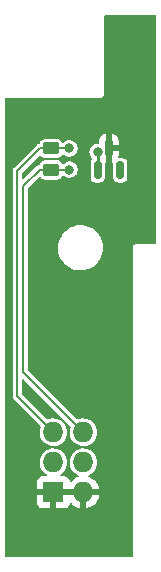
<source format=gbr>
G04 #@! TF.GenerationSoftware,KiCad,Pcbnew,(6.0.1-0)*
G04 #@! TF.CreationDate,2022-08-23T11:55:35-04:00*
G04 #@! TF.ProjectId,feederFloor,66656564-6572-4466-9c6f-6f722e6b6963,rev?*
G04 #@! TF.SameCoordinates,Original*
G04 #@! TF.FileFunction,Copper,L1,Top*
G04 #@! TF.FilePolarity,Positive*
%FSLAX46Y46*%
G04 Gerber Fmt 4.6, Leading zero omitted, Abs format (unit mm)*
G04 Created by KiCad (PCBNEW (6.0.1-0)) date 2022-08-23 11:55:35*
%MOMM*%
%LPD*%
G01*
G04 APERTURE LIST*
G04 Aperture macros list*
%AMRoundRect*
0 Rectangle with rounded corners*
0 $1 Rounding radius*
0 $2 $3 $4 $5 $6 $7 $8 $9 X,Y pos of 4 corners*
0 Add a 4 corners polygon primitive as box body*
4,1,4,$2,$3,$4,$5,$6,$7,$8,$9,$2,$3,0*
0 Add four circle primitives for the rounded corners*
1,1,$1+$1,$2,$3*
1,1,$1+$1,$4,$5*
1,1,$1+$1,$6,$7*
1,1,$1+$1,$8,$9*
0 Add four rect primitives between the rounded corners*
20,1,$1+$1,$2,$3,$4,$5,0*
20,1,$1+$1,$4,$5,$6,$7,0*
20,1,$1+$1,$6,$7,$8,$9,0*
20,1,$1+$1,$8,$9,$2,$3,0*%
G04 Aperture macros list end*
G04 #@! TA.AperFunction,SMDPad,CuDef*
%ADD10RoundRect,0.250000X0.450000X-0.262500X0.450000X0.262500X-0.450000X0.262500X-0.450000X-0.262500X0*%
G04 #@! TD*
G04 #@! TA.AperFunction,SMDPad,CuDef*
%ADD11RoundRect,0.150000X0.150000X-0.587500X0.150000X0.587500X-0.150000X0.587500X-0.150000X-0.587500X0*%
G04 #@! TD*
G04 #@! TA.AperFunction,ComponentPad*
%ADD12R,1.727200X1.727200*%
G04 #@! TD*
G04 #@! TA.AperFunction,ComponentPad*
%ADD13O,1.727200X1.727200*%
G04 #@! TD*
G04 #@! TA.AperFunction,ViaPad*
%ADD14C,0.800000*%
G04 #@! TD*
G04 #@! TA.AperFunction,Conductor*
%ADD15C,0.250000*%
G04 #@! TD*
G04 #@! TA.AperFunction,Conductor*
%ADD16C,0.200000*%
G04 #@! TD*
G04 APERTURE END LIST*
D10*
X25450114Y-38526187D03*
X25450114Y-36701187D03*
D11*
X29400114Y-38551187D03*
X31300114Y-38551187D03*
X30350114Y-36676187D03*
D12*
X25650114Y-65813687D03*
D13*
X28190114Y-65813687D03*
X25650114Y-63273687D03*
X28190114Y-63273687D03*
X25650114Y-60733687D03*
X28190114Y-60733687D03*
D14*
X28100000Y-33000000D03*
X30400000Y-28400000D03*
X30400000Y-27100000D03*
X30400000Y-25900000D03*
X33400000Y-43800000D03*
X29200000Y-33000000D03*
X27000000Y-33000000D03*
X29400000Y-37000000D03*
X27000000Y-36700000D03*
X27000000Y-38500000D03*
D15*
X29400000Y-38551073D02*
X29400114Y-38551187D01*
X29400000Y-37000000D02*
X29400000Y-38551073D01*
D16*
X25450114Y-36701187D02*
X24498813Y-36701187D01*
X26998813Y-36701187D02*
X25450114Y-36701187D01*
X27000000Y-36700000D02*
X26998813Y-36701187D01*
X22600000Y-38600000D02*
X22600000Y-57683573D01*
X24498813Y-36701187D02*
X22600000Y-38600000D01*
X22600000Y-57683573D02*
X25650114Y-60733687D01*
X23100000Y-55643573D02*
X23100000Y-39900000D01*
X24473813Y-38526187D02*
X25450114Y-38526187D01*
X26973813Y-38526187D02*
X25450114Y-38526187D01*
X23100000Y-39900000D02*
X24473813Y-38526187D01*
X28190114Y-60733687D02*
X23100000Y-55643573D01*
X27000000Y-38500000D02*
X26973813Y-38526187D01*
G04 #@! TA.AperFunction,Conductor*
G36*
X34309305Y-25432594D02*
G01*
X34345269Y-25482094D01*
X34350114Y-25512687D01*
X34350114Y-44714687D01*
X34331207Y-44772878D01*
X34281707Y-44808842D01*
X34251114Y-44813687D01*
X32705731Y-44813687D01*
X32696069Y-44813214D01*
X32688673Y-44812489D01*
X32679896Y-44809947D01*
X32670795Y-44810735D01*
X32670793Y-44810735D01*
X32640973Y-44813318D01*
X32632431Y-44813687D01*
X32622209Y-44813687D01*
X32617731Y-44814521D01*
X32617720Y-44814522D01*
X32614360Y-44815148D01*
X32604778Y-44816453D01*
X32597976Y-44817042D01*
X32577660Y-44818801D01*
X32577658Y-44818802D01*
X32568554Y-44819590D01*
X32560343Y-44823604D01*
X32554689Y-44825172D01*
X32549230Y-44827279D01*
X32540244Y-44828952D01*
X32532461Y-44833749D01*
X32532462Y-44833749D01*
X32509279Y-44848039D01*
X32500808Y-44852705D01*
X32476361Y-44864655D01*
X32476360Y-44864656D01*
X32468148Y-44868670D01*
X32461934Y-44875369D01*
X32457231Y-44878862D01*
X32452887Y-44882801D01*
X32445107Y-44887596D01*
X32439575Y-44894871D01*
X32423096Y-44916542D01*
X32416872Y-44923946D01*
X32392143Y-44950604D01*
X32388756Y-44959093D01*
X32385626Y-44964044D01*
X32382993Y-44969279D01*
X32377460Y-44976556D01*
X32374918Y-44985335D01*
X32367348Y-45011476D01*
X32364207Y-45020625D01*
X32350729Y-45054407D01*
X32350114Y-45060680D01*
X32350114Y-45061618D01*
X32349382Y-45065987D01*
X32349808Y-45066029D01*
X32348916Y-45075128D01*
X32346374Y-45083905D01*
X32347162Y-45093006D01*
X32347162Y-45093008D01*
X32349745Y-45122828D01*
X32350114Y-45131370D01*
X32350114Y-71214687D01*
X32331207Y-71272878D01*
X32281707Y-71308842D01*
X32251114Y-71313687D01*
X21649114Y-71313687D01*
X21590923Y-71294780D01*
X21554959Y-71245280D01*
X21550114Y-71214687D01*
X21550114Y-66722698D01*
X24278515Y-66722698D01*
X24278804Y-66728038D01*
X24284592Y-66781322D01*
X24287441Y-66793307D01*
X24333865Y-66917142D01*
X24340573Y-66929395D01*
X24419377Y-67034543D01*
X24429258Y-67044424D01*
X24534406Y-67123228D01*
X24546659Y-67129936D01*
X24670492Y-67176359D01*
X24682481Y-67179210D01*
X24735766Y-67184998D01*
X24741100Y-67185287D01*
X25380434Y-67185287D01*
X25393119Y-67181165D01*
X25396114Y-67177044D01*
X25396114Y-67169606D01*
X25904114Y-67169606D01*
X25908236Y-67182291D01*
X25912357Y-67185286D01*
X26559125Y-67185286D01*
X26564465Y-67184997D01*
X26617749Y-67179209D01*
X26629734Y-67176360D01*
X26753569Y-67129936D01*
X26765822Y-67123228D01*
X26870970Y-67044424D01*
X26880851Y-67034543D01*
X26959655Y-66929395D01*
X26966363Y-66917142D01*
X27012785Y-66793311D01*
X27013585Y-66789947D01*
X27014783Y-66787983D01*
X27014966Y-66787494D01*
X27015059Y-66787529D01*
X27045439Y-66737707D01*
X27101915Y-66714168D01*
X27161442Y-66728319D01*
X27184730Y-66748025D01*
X27224511Y-66793949D01*
X27230294Y-66799612D01*
X27397573Y-66938491D01*
X27404208Y-66943137D01*
X27591930Y-67052832D01*
X27599226Y-67056328D01*
X27802344Y-67133891D01*
X27810114Y-67136149D01*
X27920751Y-67158658D01*
X27933960Y-67157153D01*
X27936114Y-67148972D01*
X27936114Y-67148351D01*
X28444114Y-67148351D01*
X28448236Y-67161036D01*
X28449764Y-67162147D01*
X28454998Y-67162637D01*
X28472234Y-67160429D01*
X28480157Y-67158745D01*
X28688397Y-67096269D01*
X28695945Y-67093311D01*
X28891192Y-66997661D01*
X28898147Y-66993514D01*
X29075151Y-66867259D01*
X29081335Y-66862033D01*
X29235339Y-66708566D01*
X29240595Y-66702389D01*
X29367461Y-66525836D01*
X29371634Y-66518891D01*
X29467966Y-66323979D01*
X29470946Y-66316455D01*
X29534152Y-66108418D01*
X29535862Y-66100505D01*
X29538136Y-66083232D01*
X29535706Y-66070118D01*
X29534404Y-66068882D01*
X29529122Y-66067687D01*
X28459794Y-66067687D01*
X28447109Y-66071809D01*
X28444114Y-66075930D01*
X28444114Y-67148351D01*
X27936114Y-67148351D01*
X27936114Y-66083367D01*
X27931992Y-66070682D01*
X27927871Y-66067687D01*
X25919794Y-66067687D01*
X25907109Y-66071809D01*
X25904114Y-66075930D01*
X25904114Y-67169606D01*
X25396114Y-67169606D01*
X25396114Y-66083367D01*
X25391992Y-66070682D01*
X25387871Y-66067687D01*
X24294195Y-66067687D01*
X24281510Y-66071809D01*
X24278515Y-66075930D01*
X24278515Y-66722698D01*
X21550114Y-66722698D01*
X21550114Y-65544007D01*
X24278514Y-65544007D01*
X24282636Y-65556692D01*
X24286757Y-65559687D01*
X29524916Y-65559687D01*
X29536867Y-65555804D01*
X29537195Y-65546148D01*
X29493979Y-65374098D01*
X29491366Y-65366422D01*
X29404675Y-65167045D01*
X29400842Y-65159898D01*
X29282750Y-64977356D01*
X29277811Y-64970942D01*
X29131483Y-64810129D01*
X29125560Y-64804605D01*
X28954935Y-64669854D01*
X28948191Y-64665374D01*
X28757849Y-64560299D01*
X28750463Y-64556979D01*
X28667235Y-64527507D01*
X28618694Y-64490259D01*
X28601316Y-64431594D01*
X28621740Y-64373918D01*
X28660016Y-64343744D01*
X28661331Y-64343159D01*
X28665625Y-64341701D01*
X28669577Y-64339488D01*
X28669581Y-64339486D01*
X28848333Y-64239379D01*
X28852292Y-64237162D01*
X29016783Y-64100356D01*
X29153589Y-63935865D01*
X29258128Y-63749198D01*
X29326899Y-63546605D01*
X29339953Y-63456572D01*
X29357179Y-63337771D01*
X29357179Y-63337765D01*
X29357599Y-63334872D01*
X29359201Y-63273687D01*
X29339625Y-63060638D01*
X29281551Y-62854724D01*
X29269667Y-62830626D01*
X29188936Y-62666918D01*
X29188934Y-62666914D01*
X29186925Y-62662841D01*
X29058915Y-62491415D01*
X28901809Y-62346188D01*
X28877537Y-62330873D01*
X28724705Y-62234444D01*
X28720868Y-62232023D01*
X28522153Y-62152743D01*
X28312317Y-62111004D01*
X28205352Y-62109604D01*
X28102927Y-62108263D01*
X28102923Y-62108263D01*
X28098388Y-62108204D01*
X28093913Y-62108973D01*
X28093912Y-62108973D01*
X27892001Y-62143668D01*
X27887532Y-62144436D01*
X27795375Y-62178434D01*
X27691072Y-62216913D01*
X27691069Y-62216914D01*
X27686809Y-62218486D01*
X27682906Y-62220808D01*
X27682904Y-62220809D01*
X27664055Y-62232023D01*
X27502942Y-62327876D01*
X27499527Y-62330871D01*
X27499524Y-62330873D01*
X27482061Y-62346188D01*
X27342088Y-62468941D01*
X27209635Y-62636957D01*
X27110018Y-62826297D01*
X27046574Y-63030620D01*
X27021428Y-63243084D01*
X27035420Y-63456572D01*
X27036536Y-63460965D01*
X27036536Y-63460967D01*
X27059378Y-63550907D01*
X27088084Y-63663936D01*
X27177655Y-63858230D01*
X27301133Y-64032948D01*
X27454384Y-64182238D01*
X27632274Y-64301101D01*
X27636447Y-64302894D01*
X27636451Y-64302896D01*
X27724136Y-64340568D01*
X27770138Y-64380910D01*
X27783642Y-64440586D01*
X27759489Y-64496803D01*
X27715815Y-64525629D01*
X27660630Y-64543667D01*
X27653176Y-64546800D01*
X27460321Y-64647193D01*
X27453469Y-64651508D01*
X27279598Y-64782054D01*
X27273545Y-64787429D01*
X27181637Y-64883606D01*
X27127765Y-64912614D01*
X27067131Y-64904416D01*
X27022896Y-64862144D01*
X27013748Y-64838110D01*
X27012786Y-64834066D01*
X26966363Y-64710232D01*
X26959655Y-64697979D01*
X26880851Y-64592831D01*
X26870970Y-64582950D01*
X26765822Y-64504146D01*
X26753569Y-64497438D01*
X26629736Y-64451015D01*
X26617747Y-64448164D01*
X26564462Y-64442376D01*
X26559128Y-64442087D01*
X26325760Y-64442087D01*
X26267569Y-64423180D01*
X26231605Y-64373680D01*
X26231605Y-64312494D01*
X26267569Y-64262994D01*
X26277387Y-64256710D01*
X26308329Y-64239382D01*
X26308334Y-64239379D01*
X26312292Y-64237162D01*
X26476783Y-64100356D01*
X26613589Y-63935865D01*
X26718128Y-63749198D01*
X26786899Y-63546605D01*
X26799953Y-63456572D01*
X26817179Y-63337771D01*
X26817179Y-63337765D01*
X26817599Y-63334872D01*
X26819201Y-63273687D01*
X26799625Y-63060638D01*
X26741551Y-62854724D01*
X26729667Y-62830626D01*
X26648936Y-62666918D01*
X26648934Y-62666914D01*
X26646925Y-62662841D01*
X26518915Y-62491415D01*
X26361809Y-62346188D01*
X26337537Y-62330873D01*
X26184705Y-62234444D01*
X26180868Y-62232023D01*
X25982153Y-62152743D01*
X25772317Y-62111004D01*
X25665352Y-62109604D01*
X25562927Y-62108263D01*
X25562923Y-62108263D01*
X25558388Y-62108204D01*
X25553913Y-62108973D01*
X25553912Y-62108973D01*
X25352001Y-62143668D01*
X25347532Y-62144436D01*
X25255375Y-62178434D01*
X25151072Y-62216913D01*
X25151069Y-62216914D01*
X25146809Y-62218486D01*
X25142906Y-62220808D01*
X25142904Y-62220809D01*
X25124055Y-62232023D01*
X24962942Y-62327876D01*
X24959527Y-62330871D01*
X24959524Y-62330873D01*
X24942061Y-62346188D01*
X24802088Y-62468941D01*
X24669635Y-62636957D01*
X24570018Y-62826297D01*
X24506574Y-63030620D01*
X24481428Y-63243084D01*
X24495420Y-63456572D01*
X24496536Y-63460965D01*
X24496536Y-63460967D01*
X24519378Y-63550907D01*
X24548084Y-63663936D01*
X24637655Y-63858230D01*
X24761133Y-64032948D01*
X24914384Y-64182238D01*
X24918157Y-64184759D01*
X25031919Y-64260773D01*
X25069798Y-64308823D01*
X25072200Y-64369961D01*
X25038207Y-64420835D01*
X24976917Y-64442088D01*
X24741103Y-64442088D01*
X24735763Y-64442377D01*
X24682479Y-64448165D01*
X24670494Y-64451014D01*
X24546659Y-64497438D01*
X24534406Y-64504146D01*
X24429258Y-64582950D01*
X24419377Y-64592831D01*
X24340573Y-64697979D01*
X24333865Y-64710232D01*
X24287442Y-64834065D01*
X24284591Y-64846054D01*
X24278803Y-64899339D01*
X24278514Y-64904673D01*
X24278514Y-65544007D01*
X21550114Y-65544007D01*
X21550114Y-57747006D01*
X22199500Y-57747006D01*
X22206955Y-57769948D01*
X22210581Y-57785054D01*
X22214354Y-57808877D01*
X22225305Y-57830370D01*
X22231248Y-57844716D01*
X22238704Y-57867663D01*
X22243285Y-57873968D01*
X22252883Y-57887178D01*
X22260998Y-57900419D01*
X22271950Y-57921915D01*
X22294513Y-57944478D01*
X22294516Y-57944482D01*
X24543460Y-60193426D01*
X24571237Y-60247943D01*
X24568003Y-60292786D01*
X24506574Y-60490620D01*
X24481428Y-60703084D01*
X24495420Y-60916572D01*
X24496536Y-60920965D01*
X24496536Y-60920967D01*
X24519378Y-61010907D01*
X24548084Y-61123936D01*
X24637655Y-61318230D01*
X24761133Y-61492948D01*
X24914384Y-61642238D01*
X25092274Y-61761101D01*
X25288846Y-61845555D01*
X25497518Y-61892772D01*
X25604409Y-61896972D01*
X25706766Y-61900994D01*
X25706767Y-61900994D01*
X25711299Y-61901172D01*
X25923032Y-61870472D01*
X25927331Y-61869013D01*
X25927334Y-61869012D01*
X26121324Y-61803161D01*
X26125625Y-61801701D01*
X26312292Y-61697162D01*
X26476783Y-61560356D01*
X26613589Y-61395865D01*
X26718128Y-61209198D01*
X26786899Y-61006605D01*
X26799953Y-60916572D01*
X26817179Y-60797771D01*
X26817179Y-60797765D01*
X26817599Y-60794872D01*
X26819201Y-60733687D01*
X26799625Y-60520638D01*
X26741551Y-60314724D01*
X26730733Y-60292788D01*
X26648936Y-60126918D01*
X26648934Y-60126914D01*
X26646925Y-60122841D01*
X26518915Y-59951415D01*
X26361809Y-59806188D01*
X26180868Y-59692023D01*
X25982153Y-59612743D01*
X25772317Y-59571004D01*
X25665352Y-59569604D01*
X25562927Y-59568263D01*
X25562923Y-59568263D01*
X25558388Y-59568204D01*
X25553913Y-59568973D01*
X25553912Y-59568973D01*
X25352001Y-59603668D01*
X25347532Y-59604436D01*
X25327411Y-59611859D01*
X25216856Y-59652644D01*
X25155718Y-59655046D01*
X25112587Y-59629767D01*
X23029496Y-57546676D01*
X23001719Y-57492159D01*
X23000500Y-57476672D01*
X23000500Y-56349474D01*
X23019407Y-56291283D01*
X23068907Y-56255319D01*
X23130093Y-56255319D01*
X23169504Y-56279470D01*
X27083460Y-60193426D01*
X27111237Y-60247943D01*
X27108003Y-60292786D01*
X27046574Y-60490620D01*
X27021428Y-60703084D01*
X27035420Y-60916572D01*
X27036536Y-60920965D01*
X27036536Y-60920967D01*
X27059378Y-61010907D01*
X27088084Y-61123936D01*
X27177655Y-61318230D01*
X27301133Y-61492948D01*
X27454384Y-61642238D01*
X27632274Y-61761101D01*
X27828846Y-61845555D01*
X28037518Y-61892772D01*
X28144409Y-61896972D01*
X28246766Y-61900994D01*
X28246767Y-61900994D01*
X28251299Y-61901172D01*
X28463032Y-61870472D01*
X28467331Y-61869013D01*
X28467334Y-61869012D01*
X28661324Y-61803161D01*
X28665625Y-61801701D01*
X28852292Y-61697162D01*
X29016783Y-61560356D01*
X29153589Y-61395865D01*
X29258128Y-61209198D01*
X29326899Y-61006605D01*
X29339953Y-60916572D01*
X29357179Y-60797771D01*
X29357179Y-60797765D01*
X29357599Y-60794872D01*
X29359201Y-60733687D01*
X29339625Y-60520638D01*
X29281551Y-60314724D01*
X29270733Y-60292788D01*
X29188936Y-60126918D01*
X29188934Y-60126914D01*
X29186925Y-60122841D01*
X29058915Y-59951415D01*
X28901809Y-59806188D01*
X28720868Y-59692023D01*
X28522153Y-59612743D01*
X28312317Y-59571004D01*
X28205352Y-59569604D01*
X28102927Y-59568263D01*
X28102923Y-59568263D01*
X28098388Y-59568204D01*
X28093913Y-59568973D01*
X28093912Y-59568973D01*
X27892001Y-59603668D01*
X27887532Y-59604436D01*
X27867411Y-59611859D01*
X27756856Y-59652644D01*
X27695718Y-59655046D01*
X27652587Y-59629767D01*
X23529496Y-55506676D01*
X23501719Y-55452159D01*
X23500500Y-55436672D01*
X23500500Y-45156920D01*
X26045020Y-45156920D01*
X26045360Y-45160482D01*
X26045360Y-45160489D01*
X26068062Y-45398422D01*
X26071216Y-45431479D01*
X26136771Y-45699381D01*
X26240313Y-45955013D01*
X26379672Y-46193022D01*
X26551930Y-46408419D01*
X26753478Y-46596695D01*
X26980093Y-46753903D01*
X26983298Y-46755498D01*
X26983304Y-46755501D01*
X27223813Y-46875153D01*
X27223818Y-46875155D01*
X27227028Y-46876752D01*
X27230439Y-46877870D01*
X27230441Y-46877871D01*
X27485707Y-46961551D01*
X27485710Y-46961552D01*
X27489112Y-46962667D01*
X27760852Y-47009849D01*
X27811274Y-47012359D01*
X27846758Y-47014126D01*
X27846771Y-47014126D01*
X27847990Y-47014187D01*
X28020184Y-47014187D01*
X28225197Y-46999312D01*
X28255604Y-46992599D01*
X28491018Y-46940624D01*
X28491024Y-46940622D01*
X28494517Y-46939851D01*
X28497866Y-46938582D01*
X28497870Y-46938581D01*
X28661065Y-46876752D01*
X28752433Y-46842136D01*
X28993542Y-46708212D01*
X29212792Y-46540885D01*
X29405591Y-46343661D01*
X29517490Y-46189929D01*
X29565796Y-46123563D01*
X29567901Y-46120671D01*
X29696320Y-45876586D01*
X29788159Y-45616519D01*
X29841494Y-45345919D01*
X29855208Y-45070454D01*
X29854868Y-45066892D01*
X29854868Y-45066885D01*
X29829353Y-44799466D01*
X29829352Y-44799462D01*
X29829012Y-44795895D01*
X29763457Y-44527993D01*
X29659915Y-44272361D01*
X29520556Y-44034352D01*
X29348298Y-43818955D01*
X29146750Y-43630679D01*
X28920135Y-43473471D01*
X28916930Y-43471876D01*
X28916924Y-43471873D01*
X28676415Y-43352221D01*
X28676410Y-43352219D01*
X28673200Y-43350622D01*
X28669789Y-43349504D01*
X28669787Y-43349503D01*
X28414521Y-43265823D01*
X28414518Y-43265822D01*
X28411116Y-43264707D01*
X28139376Y-43217525D01*
X28088954Y-43215015D01*
X28053470Y-43213248D01*
X28053457Y-43213248D01*
X28052238Y-43213187D01*
X27880044Y-43213187D01*
X27675031Y-43228062D01*
X27671520Y-43228837D01*
X27671521Y-43228837D01*
X27409210Y-43286750D01*
X27409204Y-43286752D01*
X27405711Y-43287523D01*
X27402362Y-43288792D01*
X27402358Y-43288793D01*
X27298299Y-43328217D01*
X27147795Y-43385238D01*
X26906686Y-43519162D01*
X26687436Y-43686489D01*
X26494637Y-43883713D01*
X26492528Y-43886610D01*
X26492525Y-43886614D01*
X26334432Y-44103811D01*
X26332327Y-44106703D01*
X26203908Y-44350788D01*
X26112069Y-44610855D01*
X26058734Y-44881455D01*
X26045020Y-45156920D01*
X23500500Y-45156920D01*
X23500500Y-40106901D01*
X23519407Y-40048710D01*
X23529496Y-40036897D01*
X24430974Y-39135419D01*
X24485491Y-39107642D01*
X24545923Y-39117213D01*
X24579834Y-39145567D01*
X24593771Y-39163928D01*
X24607192Y-39181609D01*
X24612571Y-39185692D01*
X24721954Y-39268719D01*
X24721956Y-39268720D01*
X24727331Y-39272800D01*
X24867567Y-39328323D01*
X24957342Y-39339187D01*
X25942886Y-39339187D01*
X26032661Y-39328323D01*
X26172897Y-39272800D01*
X26178272Y-39268720D01*
X26178274Y-39268719D01*
X26287657Y-39185692D01*
X26293036Y-39181609D01*
X26306457Y-39163928D01*
X26380146Y-39066847D01*
X26380147Y-39066845D01*
X26384227Y-39061470D01*
X26386712Y-39055193D01*
X26387594Y-39053628D01*
X26432632Y-39012212D01*
X26493412Y-39005179D01*
X26540471Y-39029001D01*
X26591233Y-39075191D01*
X26740235Y-39156092D01*
X26775189Y-39165262D01*
X26898464Y-39197603D01*
X26898468Y-39197604D01*
X26904233Y-39199116D01*
X26910194Y-39199210D01*
X26910197Y-39199210D01*
X26988965Y-39200447D01*
X27073760Y-39201779D01*
X27079575Y-39200447D01*
X27079577Y-39200447D01*
X27233206Y-39165262D01*
X27233209Y-39165261D01*
X27239029Y-39163928D01*
X27254610Y-39156092D01*
X27385165Y-39090429D01*
X27390498Y-39087747D01*
X27395035Y-39083872D01*
X27395038Y-39083870D01*
X27514888Y-38981508D01*
X27514891Y-38981505D01*
X27519423Y-38977634D01*
X27618361Y-38839947D01*
X27655039Y-38748710D01*
X27679377Y-38688167D01*
X27679378Y-38688165D01*
X27681601Y-38682634D01*
X27702389Y-38536567D01*
X27705034Y-38517985D01*
X27705034Y-38517979D01*
X27705490Y-38514778D01*
X27705645Y-38500000D01*
X27688238Y-38356153D01*
X27685993Y-38337602D01*
X27685992Y-38337599D01*
X27685276Y-38331680D01*
X27625345Y-38173077D01*
X27614595Y-38157435D01*
X27532692Y-38038267D01*
X27529312Y-38033349D01*
X27402721Y-37920560D01*
X27252881Y-37841224D01*
X27170661Y-37820571D01*
X27094231Y-37801373D01*
X27094228Y-37801373D01*
X27088441Y-37799919D01*
X27002841Y-37799471D01*
X26924861Y-37799062D01*
X26924859Y-37799062D01*
X26918895Y-37799031D01*
X26913099Y-37800423D01*
X26913095Y-37800423D01*
X26805703Y-37826207D01*
X26754032Y-37838612D01*
X26691737Y-37870765D01*
X26608675Y-37913636D01*
X26608673Y-37913638D01*
X26603369Y-37916375D01*
X26598874Y-37920296D01*
X26598870Y-37920299D01*
X26517354Y-37991410D01*
X26461074Y-38015415D01*
X26401433Y-38001755D01*
X26373418Y-37976663D01*
X26297119Y-37876144D01*
X26293036Y-37870765D01*
X26254285Y-37841351D01*
X26178274Y-37783655D01*
X26178272Y-37783654D01*
X26172897Y-37779574D01*
X26032661Y-37724051D01*
X25942886Y-37713187D01*
X24957342Y-37713187D01*
X24867567Y-37724051D01*
X24727331Y-37779574D01*
X24721956Y-37783654D01*
X24721954Y-37783655D01*
X24645943Y-37841351D01*
X24607192Y-37870765D01*
X24603109Y-37876144D01*
X24526811Y-37976663D01*
X24516001Y-37990904D01*
X24513517Y-37997179D01*
X24513516Y-37997180D01*
X24486399Y-38065670D01*
X24447398Y-38112814D01*
X24413332Y-38125687D01*
X24410380Y-38125687D01*
X24387433Y-38133143D01*
X24372332Y-38136768D01*
X24356204Y-38139322D01*
X24356202Y-38139323D01*
X24348509Y-38140541D01*
X24327016Y-38151492D01*
X24312670Y-38157435D01*
X24289723Y-38164891D01*
X24270774Y-38178659D01*
X24270208Y-38179070D01*
X24256967Y-38187185D01*
X24235471Y-38198137D01*
X24212908Y-38220700D01*
X24212904Y-38220703D01*
X23169504Y-39264103D01*
X23114987Y-39291880D01*
X23054555Y-39282309D01*
X23011290Y-39239044D01*
X23000500Y-39194099D01*
X23000500Y-38806901D01*
X23019407Y-38748710D01*
X23029496Y-38736897D01*
X23733044Y-38033349D01*
X24441762Y-37324630D01*
X24496279Y-37296853D01*
X24556711Y-37306424D01*
X24590621Y-37334777D01*
X24607192Y-37356609D01*
X24612571Y-37360692D01*
X24721954Y-37443719D01*
X24721956Y-37443720D01*
X24727331Y-37447800D01*
X24867567Y-37503323D01*
X24957342Y-37514187D01*
X25942886Y-37514187D01*
X26032661Y-37503323D01*
X26172897Y-37447800D01*
X26178272Y-37443720D01*
X26178274Y-37443719D01*
X26287657Y-37360692D01*
X26293036Y-37356609D01*
X26384227Y-37236470D01*
X26386143Y-37237925D01*
X26423326Y-37203736D01*
X26484106Y-37196707D01*
X26531159Y-37220528D01*
X26591233Y-37275191D01*
X26740235Y-37356092D01*
X26775189Y-37365262D01*
X26898464Y-37397603D01*
X26898468Y-37397604D01*
X26904233Y-37399116D01*
X26910194Y-37399210D01*
X26910197Y-37399210D01*
X26988996Y-37400447D01*
X27073760Y-37401779D01*
X27079575Y-37400447D01*
X27079577Y-37400447D01*
X27233206Y-37365262D01*
X27233209Y-37365261D01*
X27239029Y-37363928D01*
X27253582Y-37356609D01*
X27325662Y-37320356D01*
X27390498Y-37287747D01*
X27395035Y-37283872D01*
X27395038Y-37283870D01*
X27514888Y-37181508D01*
X27514891Y-37181505D01*
X27519423Y-37177634D01*
X27566142Y-37112618D01*
X27614877Y-37044796D01*
X27614878Y-37044794D01*
X27618361Y-37039947D01*
X27635004Y-36998548D01*
X27637391Y-36992611D01*
X28694394Y-36992611D01*
X28695049Y-36998544D01*
X28695049Y-36998548D01*
X28712344Y-37155204D01*
X28712999Y-37161135D01*
X28771266Y-37320356D01*
X28774591Y-37325305D01*
X28774592Y-37325306D01*
X28800545Y-37363928D01*
X28865830Y-37461083D01*
X28870242Y-37465097D01*
X28870244Y-37465100D01*
X28916901Y-37507555D01*
X28947215Y-37560703D01*
X28940501Y-37621519D01*
X28927104Y-37640902D01*
X28927964Y-37641537D01*
X28847480Y-37750503D01*
X28802595Y-37878318D01*
X28802027Y-37884325D01*
X28802027Y-37884326D01*
X28800187Y-37903795D01*
X28799614Y-37909853D01*
X28799614Y-39192521D01*
X28802595Y-39224056D01*
X28847480Y-39351871D01*
X28927964Y-39460837D01*
X29036930Y-39541321D01*
X29164745Y-39586206D01*
X29170752Y-39586774D01*
X29170753Y-39586774D01*
X29193969Y-39588969D01*
X29193979Y-39588969D01*
X29196280Y-39589187D01*
X29603948Y-39589187D01*
X29606249Y-39588969D01*
X29606259Y-39588969D01*
X29629475Y-39586774D01*
X29629476Y-39586774D01*
X29635483Y-39586206D01*
X29763298Y-39541321D01*
X29872264Y-39460837D01*
X29952748Y-39351871D01*
X29997633Y-39224056D01*
X30000614Y-39192521D01*
X30000614Y-38012771D01*
X30019521Y-37954580D01*
X30069021Y-37918616D01*
X30092833Y-37914461D01*
X30096114Y-37903795D01*
X30096114Y-37903000D01*
X30604114Y-37903000D01*
X30608236Y-37915685D01*
X30609965Y-37916942D01*
X30660054Y-37934090D01*
X30695237Y-37984148D01*
X30699614Y-38013260D01*
X30699614Y-39192521D01*
X30702595Y-39224056D01*
X30747480Y-39351871D01*
X30827964Y-39460837D01*
X30936930Y-39541321D01*
X31064745Y-39586206D01*
X31070752Y-39586774D01*
X31070753Y-39586774D01*
X31093969Y-39588969D01*
X31093979Y-39588969D01*
X31096280Y-39589187D01*
X31503948Y-39589187D01*
X31506249Y-39588969D01*
X31506259Y-39588969D01*
X31529475Y-39586774D01*
X31529476Y-39586774D01*
X31535483Y-39586206D01*
X31663298Y-39541321D01*
X31772264Y-39460837D01*
X31852748Y-39351871D01*
X31897633Y-39224056D01*
X31900614Y-39192521D01*
X31900614Y-37909853D01*
X31900042Y-37903795D01*
X31898201Y-37884326D01*
X31898201Y-37884325D01*
X31897633Y-37878318D01*
X31852748Y-37750503D01*
X31772264Y-37641537D01*
X31725728Y-37607165D01*
X31669250Y-37565449D01*
X31669249Y-37565448D01*
X31663298Y-37561053D01*
X31535483Y-37516168D01*
X31529476Y-37515600D01*
X31529475Y-37515600D01*
X31506259Y-37513405D01*
X31506249Y-37513405D01*
X31503948Y-37513187D01*
X31244691Y-37513187D01*
X31186500Y-37494280D01*
X31150536Y-37444780D01*
X31149622Y-37386566D01*
X31153769Y-37372294D01*
X31155576Y-37362399D01*
X31157961Y-37332086D01*
X31158114Y-37328194D01*
X31158114Y-36945867D01*
X31153992Y-36933182D01*
X31149871Y-36930187D01*
X30619794Y-36930187D01*
X30607109Y-36934309D01*
X30604114Y-36938430D01*
X30604114Y-37903000D01*
X30096114Y-37903000D01*
X30096114Y-37087665D01*
X30097102Y-37073716D01*
X30105034Y-37017984D01*
X30105034Y-37017980D01*
X30105490Y-37014778D01*
X30105645Y-37000000D01*
X30096831Y-36927165D01*
X30096114Y-36915271D01*
X30096114Y-36406507D01*
X30604114Y-36406507D01*
X30608236Y-36419192D01*
X30612357Y-36422187D01*
X31142433Y-36422187D01*
X31155118Y-36418065D01*
X31158113Y-36413944D01*
X31158113Y-36024182D01*
X31157960Y-36020285D01*
X31155576Y-35989983D01*
X31153767Y-35980073D01*
X31110533Y-35831266D01*
X31105627Y-35819928D01*
X31027338Y-35687547D01*
X31019768Y-35677788D01*
X30911013Y-35569033D01*
X30901254Y-35561463D01*
X30768873Y-35483174D01*
X30757535Y-35478268D01*
X30619171Y-35438069D01*
X30607232Y-35438444D01*
X30604114Y-35448579D01*
X30604114Y-36406507D01*
X30096114Y-36406507D01*
X30096114Y-35449374D01*
X30092423Y-35438013D01*
X30081821Y-35437847D01*
X29942693Y-35478268D01*
X29931355Y-35483174D01*
X29798974Y-35561463D01*
X29789215Y-35569033D01*
X29680460Y-35677788D01*
X29672890Y-35687547D01*
X29594601Y-35819928D01*
X29589695Y-35831266D01*
X29546459Y-35980080D01*
X29544652Y-35989975D01*
X29542267Y-36020288D01*
X29542114Y-36024180D01*
X29542114Y-36200680D01*
X29523207Y-36258871D01*
X29473707Y-36294835D01*
X29442596Y-36299679D01*
X29403721Y-36299475D01*
X29324860Y-36299062D01*
X29324858Y-36299062D01*
X29318895Y-36299031D01*
X29313099Y-36300423D01*
X29313095Y-36300423D01*
X29250127Y-36315541D01*
X29154032Y-36338612D01*
X29096790Y-36368157D01*
X29008675Y-36413636D01*
X29008673Y-36413638D01*
X29003369Y-36416375D01*
X28875604Y-36527831D01*
X28778113Y-36666547D01*
X28716524Y-36824513D01*
X28694394Y-36992611D01*
X27637391Y-36992611D01*
X27679377Y-36888167D01*
X27679378Y-36888165D01*
X27681601Y-36882634D01*
X27705490Y-36714778D01*
X27705645Y-36700000D01*
X27685276Y-36531680D01*
X27625345Y-36373077D01*
X27617862Y-36362188D01*
X27532692Y-36238267D01*
X27529312Y-36233349D01*
X27402721Y-36120560D01*
X27252881Y-36041224D01*
X27169520Y-36020285D01*
X27094231Y-36001373D01*
X27094228Y-36001373D01*
X27088441Y-35999919D01*
X27002841Y-35999471D01*
X26924861Y-35999062D01*
X26924859Y-35999062D01*
X26918895Y-35999031D01*
X26913099Y-36000423D01*
X26913095Y-36000423D01*
X26830355Y-36020288D01*
X26754032Y-36038612D01*
X26729752Y-36051144D01*
X26608675Y-36113636D01*
X26608673Y-36113638D01*
X26603369Y-36116375D01*
X26598874Y-36120296D01*
X26598870Y-36120299D01*
X26528665Y-36181543D01*
X26472385Y-36205548D01*
X26412744Y-36191888D01*
X26386077Y-36164500D01*
X26384227Y-36165904D01*
X26297119Y-36051144D01*
X26293036Y-36045765D01*
X26287221Y-36041351D01*
X26178274Y-35958655D01*
X26178272Y-35958654D01*
X26172897Y-35954574D01*
X26032661Y-35899051D01*
X25942886Y-35888187D01*
X24957342Y-35888187D01*
X24867567Y-35899051D01*
X24727331Y-35954574D01*
X24721956Y-35958654D01*
X24721954Y-35958655D01*
X24613007Y-36041351D01*
X24607192Y-36045765D01*
X24603109Y-36051144D01*
X24552538Y-36117769D01*
X24516001Y-36165904D01*
X24513517Y-36172179D01*
X24513516Y-36172180D01*
X24483810Y-36247209D01*
X24444809Y-36294354D01*
X24422353Y-36304920D01*
X24412436Y-36308142D01*
X24397332Y-36311768D01*
X24381204Y-36314322D01*
X24381202Y-36314323D01*
X24373509Y-36315541D01*
X24352016Y-36326492D01*
X24337670Y-36332435D01*
X24322132Y-36337483D01*
X24322128Y-36337485D01*
X24314723Y-36339891D01*
X24295199Y-36354076D01*
X24281969Y-36362183D01*
X24260471Y-36373137D01*
X24237904Y-36395704D01*
X22294516Y-38339091D01*
X22294513Y-38339095D01*
X22271950Y-38361658D01*
X22260998Y-38383154D01*
X22252884Y-38396393D01*
X22238704Y-38415910D01*
X22236296Y-38423321D01*
X22231248Y-38438857D01*
X22225305Y-38453203D01*
X22214354Y-38474696D01*
X22213136Y-38482389D01*
X22213135Y-38482391D01*
X22210581Y-38498519D01*
X22206956Y-38513620D01*
X22199500Y-38536567D01*
X22199500Y-57747006D01*
X21550114Y-57747006D01*
X21550114Y-32512687D01*
X21569021Y-32454496D01*
X21618521Y-32418532D01*
X21649114Y-32413687D01*
X29594497Y-32413687D01*
X29604159Y-32414160D01*
X29611555Y-32414885D01*
X29620332Y-32417427D01*
X29629433Y-32416639D01*
X29629435Y-32416639D01*
X29659255Y-32414056D01*
X29667797Y-32413687D01*
X29678019Y-32413687D01*
X29682497Y-32412853D01*
X29682508Y-32412852D01*
X29685868Y-32412226D01*
X29695450Y-32410921D01*
X29702252Y-32410332D01*
X29722568Y-32408573D01*
X29722570Y-32408572D01*
X29731674Y-32407784D01*
X29739885Y-32403770D01*
X29745539Y-32402202D01*
X29750998Y-32400095D01*
X29759984Y-32398422D01*
X29790951Y-32379334D01*
X29799420Y-32374669D01*
X29823867Y-32362719D01*
X29823868Y-32362718D01*
X29832080Y-32358704D01*
X29838294Y-32352005D01*
X29842997Y-32348512D01*
X29847341Y-32344573D01*
X29855121Y-32339778D01*
X29877133Y-32310831D01*
X29883356Y-32303428D01*
X29901870Y-32283470D01*
X29901870Y-32283469D01*
X29908085Y-32276770D01*
X29911472Y-32268281D01*
X29914602Y-32263330D01*
X29917235Y-32258095D01*
X29922768Y-32250818D01*
X29932880Y-32215898D01*
X29936021Y-32206749D01*
X29946911Y-32179454D01*
X29946911Y-32179453D01*
X29949499Y-32172967D01*
X29950114Y-32166694D01*
X29950114Y-32165756D01*
X29950846Y-32161387D01*
X29950420Y-32161345D01*
X29951312Y-32152246D01*
X29953854Y-32143469D01*
X29952436Y-32127089D01*
X29950483Y-32104546D01*
X29950114Y-32096004D01*
X29950114Y-25512687D01*
X29969021Y-25454496D01*
X30018521Y-25418532D01*
X30049114Y-25413687D01*
X34251114Y-25413687D01*
X34309305Y-25432594D01*
G37*
G04 #@! TD.AperFunction*
M02*

</source>
